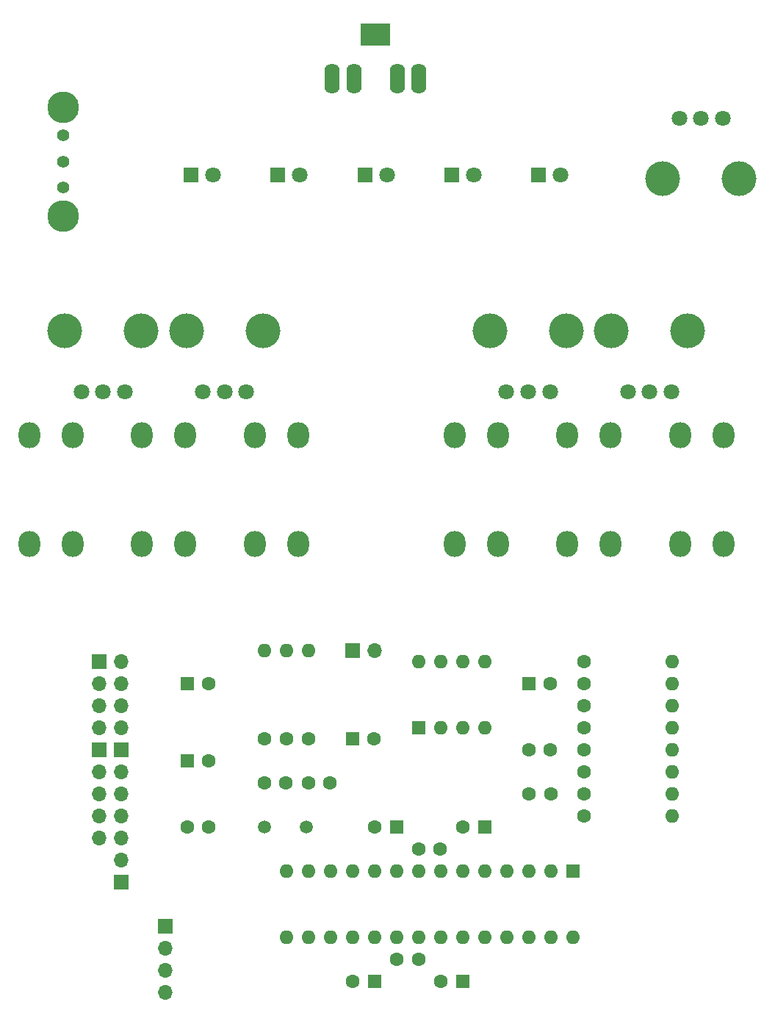
<source format=gbr>
G04 #@! TF.GenerationSoftware,KiCad,Pcbnew,(5.0.1)-3*
G04 #@! TF.CreationDate,2019-06-25T15:48:08+01:00*
G04 #@! TF.ProjectId,drumkid v3,6472756D6B69642076332E6B69636164,03*
G04 #@! TF.SameCoordinates,Original*
G04 #@! TF.FileFunction,Copper,L2,Bot,Signal*
G04 #@! TF.FilePolarity,Positive*
%FSLAX46Y46*%
G04 Gerber Fmt 4.6, Leading zero omitted, Abs format (unit mm)*
G04 Created by KiCad (PCBNEW (5.0.1)-3) date 25/06/2019 15:48:08*
%MOMM*%
%LPD*%
G01*
G04 APERTURE LIST*
G04 #@! TA.AperFunction,WasherPad*
%ADD10C,4.000000*%
G04 #@! TD*
G04 #@! TA.AperFunction,ComponentPad*
%ADD11C,1.800000*%
G04 #@! TD*
G04 #@! TA.AperFunction,ComponentPad*
%ADD12R,1.800000X1.800000*%
G04 #@! TD*
G04 #@! TA.AperFunction,ComponentPad*
%ADD13O,1.750000X3.500000*%
G04 #@! TD*
G04 #@! TA.AperFunction,ComponentPad*
%ADD14R,3.500000X2.500000*%
G04 #@! TD*
G04 #@! TA.AperFunction,ComponentPad*
%ADD15O,2.500000X3.000000*%
G04 #@! TD*
G04 #@! TA.AperFunction,ComponentPad*
%ADD16C,1.600000*%
G04 #@! TD*
G04 #@! TA.AperFunction,ComponentPad*
%ADD17R,1.600000X1.600000*%
G04 #@! TD*
G04 #@! TA.AperFunction,ComponentPad*
%ADD18R,1.700000X1.700000*%
G04 #@! TD*
G04 #@! TA.AperFunction,ComponentPad*
%ADD19O,1.700000X1.700000*%
G04 #@! TD*
G04 #@! TA.AperFunction,ComponentPad*
%ADD20C,1.500000*%
G04 #@! TD*
G04 #@! TA.AperFunction,ComponentPad*
%ADD21O,1.600000X1.600000*%
G04 #@! TD*
G04 #@! TA.AperFunction,ComponentPad*
%ADD22C,1.400000*%
G04 #@! TD*
G04 #@! TA.AperFunction,ComponentPad*
%ADD23C,3.653000*%
G04 #@! TD*
G04 APERTURE END LIST*
D10*
G04 #@! TO.P,RV1,*
G04 #@! TO.N,*
X191893946Y-59991091D03*
X183093946Y-59991091D03*
D11*
G04 #@! TO.P,RV1,1*
G04 #@! TO.N,GND*
X189993946Y-52991091D03*
G04 #@! TO.P,RV1,2*
G04 #@! TO.N,Net-(R9-Pad2)*
X187493946Y-52991091D03*
G04 #@! TO.P,RV1,3*
G04 #@! TO.N,Net-(C15-Pad2)*
X184993946Y-52991091D03*
G04 #@! TD*
G04 #@! TO.P,D6,2*
G04 #@! TO.N,Net-(D6-Pad2)*
X171290000Y-59517290D03*
D12*
G04 #@! TO.P,D6,1*
G04 #@! TO.N,GND*
X168750000Y-59517290D03*
G04 #@! TD*
D11*
G04 #@! TO.P,D5,2*
G04 #@! TO.N,Net-(D5-Pad2)*
X161290000Y-59517290D03*
D12*
G04 #@! TO.P,D5,1*
G04 #@! TO.N,GND*
X158750000Y-59517290D03*
G04 #@! TD*
D11*
G04 #@! TO.P,D4,2*
G04 #@! TO.N,Net-(D4-Pad2)*
X151290000Y-59517290D03*
D12*
G04 #@! TO.P,D4,1*
G04 #@! TO.N,GND*
X148750000Y-59517290D03*
G04 #@! TD*
D11*
G04 #@! TO.P,D3,2*
G04 #@! TO.N,Net-(D3-Pad2)*
X141290000Y-59517290D03*
D12*
G04 #@! TO.P,D3,1*
G04 #@! TO.N,GND*
X138750000Y-59517290D03*
G04 #@! TD*
D11*
G04 #@! TO.P,D2,2*
G04 #@! TO.N,Net-(D2-Pad2)*
X131290000Y-59517290D03*
D12*
G04 #@! TO.P,D2,1*
G04 #@! TO.N,GND*
X128750000Y-59517290D03*
G04 #@! TD*
D13*
G04 #@! TO.P,J9,TN*
G04 #@! TO.N,Net-(J9-PadTN)*
X152500000Y-48410000D03*
G04 #@! TO.P,J9,RN*
G04 #@! TO.N,Net-(J9-PadRN)*
X147500000Y-48410000D03*
G04 #@! TO.P,J9,T*
G04 #@! TO.N,Net-(C10-Pad2)*
X155000000Y-48410000D03*
G04 #@! TO.P,J9,R*
X145000000Y-48410000D03*
D14*
G04 #@! TO.P,J9,S*
G04 #@! TO.N,GND*
X150000000Y-43404000D03*
G04 #@! TD*
D10*
G04 #@! TO.P,RV2,*
G04 #@! TO.N,*
X114189897Y-77517290D03*
X122989897Y-77517290D03*
D11*
G04 #@! TO.P,RV2,1*
G04 #@! TO.N,GND*
X116089897Y-84517290D03*
G04 #@! TO.P,RV2,2*
G04 #@! TO.N,/ANALOG_0*
X118589897Y-84517290D03*
G04 #@! TO.P,RV2,3*
G04 #@! TO.N,+5V*
X121089897Y-84517290D03*
G04 #@! TD*
D10*
G04 #@! TO.P,RV4,*
G04 #@! TO.N,*
X163189897Y-77517290D03*
X171989897Y-77517290D03*
D11*
G04 #@! TO.P,RV4,1*
G04 #@! TO.N,GND*
X165089897Y-84517290D03*
G04 #@! TO.P,RV4,2*
G04 #@! TO.N,/ANALOG_2*
X167589897Y-84517290D03*
G04 #@! TO.P,RV4,3*
G04 #@! TO.N,+5V*
X170089897Y-84517290D03*
G04 #@! TD*
D10*
G04 #@! TO.P,RV3,*
G04 #@! TO.N,*
X128189897Y-77517290D03*
X136989897Y-77517290D03*
D11*
G04 #@! TO.P,RV3,1*
G04 #@! TO.N,GND*
X130089897Y-84517290D03*
G04 #@! TO.P,RV3,2*
G04 #@! TO.N,/ANALOG_1*
X132589897Y-84517290D03*
G04 #@! TO.P,RV3,3*
G04 #@! TO.N,+5V*
X135089897Y-84517290D03*
G04 #@! TD*
D10*
G04 #@! TO.P,RV5,*
G04 #@! TO.N,*
X177189897Y-77517290D03*
X185989897Y-77517290D03*
D11*
G04 #@! TO.P,RV5,1*
G04 #@! TO.N,GND*
X179089897Y-84517290D03*
G04 #@! TO.P,RV5,2*
G04 #@! TO.N,/ANALOG_3*
X181589897Y-84517290D03*
G04 #@! TO.P,RV5,3*
G04 #@! TO.N,+5V*
X184089897Y-84517290D03*
G04 #@! TD*
D15*
G04 #@! TO.P,SW2,1*
G04 #@! TO.N,/DIGITAL_7*
X110089897Y-102017290D03*
G04 #@! TO.P,SW2,2*
G04 #@! TO.N,GND*
X115089897Y-102017290D03*
G04 #@! TO.P,SW2,1*
G04 #@! TO.N,/DIGITAL_7*
X110089897Y-89517290D03*
G04 #@! TO.P,SW2,2*
G04 #@! TO.N,GND*
X115089897Y-89517290D03*
G04 #@! TD*
G04 #@! TO.P,SW7,1*
G04 #@! TO.N,/DIGITAL_13*
X185089897Y-102017290D03*
G04 #@! TO.P,SW7,2*
G04 #@! TO.N,GND*
X190089897Y-102017290D03*
G04 #@! TO.P,SW7,1*
G04 #@! TO.N,/DIGITAL_13*
X185089897Y-89517290D03*
G04 #@! TO.P,SW7,2*
G04 #@! TO.N,GND*
X190089897Y-89517290D03*
G04 #@! TD*
G04 #@! TO.P,SW6,1*
G04 #@! TO.N,/DIGITAL_12*
X172089897Y-102017290D03*
G04 #@! TO.P,SW6,2*
G04 #@! TO.N,GND*
X177089897Y-102017290D03*
G04 #@! TO.P,SW6,1*
G04 #@! TO.N,/DIGITAL_12*
X172089897Y-89517290D03*
G04 #@! TO.P,SW6,2*
G04 #@! TO.N,GND*
X177089897Y-89517290D03*
G04 #@! TD*
G04 #@! TO.P,SW5,1*
G04 #@! TO.N,/DIGITAL_11*
X159089897Y-102017290D03*
G04 #@! TO.P,SW5,2*
G04 #@! TO.N,GND*
X164089897Y-102017290D03*
G04 #@! TO.P,SW5,1*
G04 #@! TO.N,/DIGITAL_11*
X159089897Y-89517290D03*
G04 #@! TO.P,SW5,2*
G04 #@! TO.N,GND*
X164089897Y-89517290D03*
G04 #@! TD*
G04 #@! TO.P,SW4,1*
G04 #@! TO.N,/DIGITAL_10*
X136089897Y-102017290D03*
G04 #@! TO.P,SW4,2*
G04 #@! TO.N,GND*
X141089897Y-102017290D03*
G04 #@! TO.P,SW4,1*
G04 #@! TO.N,/DIGITAL_10*
X136089897Y-89517290D03*
G04 #@! TO.P,SW4,2*
G04 #@! TO.N,GND*
X141089897Y-89517290D03*
G04 #@! TD*
G04 #@! TO.P,SW3,1*
G04 #@! TO.N,/DIGITAL_8*
X123089897Y-102017290D03*
G04 #@! TO.P,SW3,2*
G04 #@! TO.N,GND*
X128089897Y-102017290D03*
G04 #@! TO.P,SW3,1*
G04 #@! TO.N,/DIGITAL_8*
X123089897Y-89517290D03*
G04 #@! TO.P,SW3,2*
G04 #@! TO.N,GND*
X128089897Y-89517290D03*
G04 #@! TD*
D16*
G04 #@! TO.P,C10,2*
G04 #@! TO.N,Net-(C10-Pad2)*
X170140000Y-118110000D03*
D17*
G04 #@! TO.P,C10,1*
G04 #@! TO.N,Net-(C10-Pad1)*
X167640000Y-118110000D03*
G04 #@! TD*
D18*
G04 #@! TO.P,BT1,1*
G04 #@! TO.N,Net-(BT1-Pad1)*
X147320000Y-114300000D03*
D19*
G04 #@! TO.P,BT1,2*
G04 #@! TO.N,GND*
X149860000Y-114300000D03*
G04 #@! TD*
D16*
G04 #@! TO.P,C8,2*
G04 #@! TO.N,GND*
X147360000Y-152400000D03*
D17*
G04 #@! TO.P,C8,1*
G04 #@! TO.N,+5V*
X149860000Y-152400000D03*
G04 #@! TD*
G04 #@! TO.P,C17,1*
G04 #@! TO.N,Net-(C17-Pad1)*
X147320000Y-124460000D03*
D16*
G04 #@! TO.P,C17,2*
G04 #@! TO.N,GND*
X149820000Y-124460000D03*
G04 #@! TD*
G04 #@! TO.P,C13,2*
G04 #@! TO.N,GND*
X130770000Y-127000000D03*
D17*
G04 #@! TO.P,C13,1*
G04 #@! TO.N,Net-(C13-Pad1)*
X128270000Y-127000000D03*
G04 #@! TD*
G04 #@! TO.P,C12,1*
G04 #@! TO.N,+5V*
X152400000Y-134620000D03*
D16*
G04 #@! TO.P,C12,2*
G04 #@! TO.N,GND*
X149900000Y-134620000D03*
G04 #@! TD*
G04 #@! TO.P,C11,2*
G04 #@! TO.N,GND*
X157520000Y-152400000D03*
D17*
G04 #@! TO.P,C11,1*
G04 #@! TO.N,+5V*
X160020000Y-152400000D03*
G04 #@! TD*
G04 #@! TO.P,C7,1*
G04 #@! TO.N,+5V*
X162560000Y-134620000D03*
D16*
G04 #@! TO.P,C7,2*
G04 #@! TO.N,GND*
X160060000Y-134620000D03*
G04 #@! TD*
D17*
G04 #@! TO.P,C15,1*
G04 #@! TO.N,Net-(C14-Pad1)*
X128270000Y-118110000D03*
D16*
G04 #@! TO.P,C15,2*
G04 #@! TO.N,Net-(C15-Pad2)*
X130770000Y-118110000D03*
G04 #@! TD*
G04 #@! TO.P,C9,1*
G04 #@! TO.N,GND*
X154940000Y-149860000D03*
G04 #@! TO.P,C9,2*
G04 #@! TO.N,+5V*
X152440000Y-149860000D03*
G04 #@! TD*
G04 #@! TO.P,C6,2*
G04 #@! TO.N,GND*
X144740000Y-129540000D03*
G04 #@! TO.P,C6,1*
G04 #@! TO.N,Net-(C6-Pad1)*
X142240000Y-129540000D03*
G04 #@! TD*
G04 #@! TO.P,C14,1*
G04 #@! TO.N,Net-(C14-Pad1)*
X128270000Y-134620000D03*
G04 #@! TO.P,C14,2*
G04 #@! TO.N,GND*
X130770000Y-134620000D03*
G04 #@! TD*
G04 #@! TO.P,C5,2*
G04 #@! TO.N,GND*
X139660000Y-129540000D03*
G04 #@! TO.P,C5,1*
G04 #@! TO.N,Net-(C5-Pad1)*
X137160000Y-129540000D03*
G04 #@! TD*
G04 #@! TO.P,C16,1*
G04 #@! TO.N,+5V*
X167680000Y-130810000D03*
G04 #@! TO.P,C16,2*
G04 #@! TO.N,Net-(C16-Pad2)*
X170180000Y-130810000D03*
G04 #@! TD*
G04 #@! TO.P,C4,2*
G04 #@! TO.N,+5V*
X157440000Y-137160000D03*
G04 #@! TO.P,C4,1*
G04 #@! TO.N,GND*
X154940000Y-137160000D03*
G04 #@! TD*
G04 #@! TO.P,C18,1*
G04 #@! TO.N,Net-(C10-Pad1)*
X167640000Y-125730000D03*
G04 #@! TO.P,C18,2*
G04 #@! TO.N,Net-(C18-Pad2)*
X170140000Y-125730000D03*
G04 #@! TD*
D19*
G04 #@! TO.P,J1,4*
G04 #@! TO.N,GND*
X125730000Y-153670000D03*
G04 #@! TO.P,J1,3*
X125730000Y-151130000D03*
G04 #@! TO.P,J1,2*
G04 #@! TO.N,+5V*
X125730000Y-148590000D03*
D18*
G04 #@! TO.P,J1,1*
X125730000Y-146050000D03*
G04 #@! TD*
G04 #@! TO.P,J6,1*
G04 #@! TO.N,/DIGITAL_5*
X118110000Y-115570000D03*
D19*
G04 #@! TO.P,J6,2*
G04 #@! TO.N,/DIGITAL_6*
X118110000Y-118110000D03*
G04 #@! TO.P,J6,3*
G04 #@! TO.N,/DIGITAL_7*
X118110000Y-120650000D03*
G04 #@! TO.P,J6,4*
G04 #@! TO.N,/DIGITAL_8*
X118110000Y-123190000D03*
G04 #@! TD*
G04 #@! TO.P,J8,5*
G04 #@! TO.N,/DIGITAL_13*
X118110000Y-135890000D03*
G04 #@! TO.P,J8,4*
G04 #@! TO.N,/DIGITAL_12*
X118110000Y-133350000D03*
G04 #@! TO.P,J8,3*
G04 #@! TO.N,/DIGITAL_11*
X118110000Y-130810000D03*
G04 #@! TO.P,J8,2*
G04 #@! TO.N,/DIGITAL_10*
X118110000Y-128270000D03*
D18*
G04 #@! TO.P,J8,1*
G04 #@! TO.N,/DIGITAL_9*
X118110000Y-125730000D03*
G04 #@! TD*
G04 #@! TO.P,J5,1*
G04 #@! TO.N,/DIGITAL_0*
X120650000Y-125730000D03*
D19*
G04 #@! TO.P,J5,2*
G04 #@! TO.N,/DIGITAL_1*
X120650000Y-123190000D03*
G04 #@! TO.P,J5,3*
G04 #@! TO.N,/DIGITAL_2*
X120650000Y-120650000D03*
G04 #@! TO.P,J5,4*
G04 #@! TO.N,/DIGITAL_3*
X120650000Y-118110000D03*
G04 #@! TO.P,J5,5*
G04 #@! TO.N,/DIGITAL_4*
X120650000Y-115570000D03*
G04 #@! TD*
D18*
G04 #@! TO.P,J7,1*
G04 #@! TO.N,/ANALOG_0*
X120650000Y-140970000D03*
D19*
G04 #@! TO.P,J7,2*
G04 #@! TO.N,/ANALOG_1*
X120650000Y-138430000D03*
G04 #@! TO.P,J7,3*
G04 #@! TO.N,/ANALOG_2*
X120650000Y-135890000D03*
G04 #@! TO.P,J7,4*
G04 #@! TO.N,/ANALOG_3*
X120650000Y-133350000D03*
G04 #@! TO.P,J7,5*
G04 #@! TO.N,/ANALOG_4*
X120650000Y-130810000D03*
G04 #@! TO.P,J7,6*
G04 #@! TO.N,/ANALOG_5*
X120650000Y-128270000D03*
G04 #@! TD*
D20*
G04 #@! TO.P,Y1,1*
G04 #@! TO.N,Net-(C5-Pad1)*
X137160000Y-134620000D03*
G04 #@! TO.P,Y1,2*
G04 #@! TO.N,Net-(C6-Pad1)*
X142040000Y-134620000D03*
G04 #@! TD*
D17*
G04 #@! TO.P,U2,1*
G04 #@! TO.N,Net-(R2-Pad1)*
X172720000Y-139700000D03*
D21*
G04 #@! TO.P,U2,15*
G04 #@! TO.N,/DIGITAL_9*
X139700000Y-147320000D03*
G04 #@! TO.P,U2,2*
G04 #@! TO.N,/DIGITAL_0*
X170180000Y-139700000D03*
G04 #@! TO.P,U2,16*
G04 #@! TO.N,/DIGITAL_10*
X142240000Y-147320000D03*
G04 #@! TO.P,U2,3*
G04 #@! TO.N,/DIGITAL_1*
X167640000Y-139700000D03*
G04 #@! TO.P,U2,17*
G04 #@! TO.N,/DIGITAL_11*
X144780000Y-147320000D03*
G04 #@! TO.P,U2,4*
G04 #@! TO.N,/DIGITAL_2*
X165100000Y-139700000D03*
G04 #@! TO.P,U2,18*
G04 #@! TO.N,/DIGITAL_12*
X147320000Y-147320000D03*
G04 #@! TO.P,U2,5*
G04 #@! TO.N,/DIGITAL_3*
X162560000Y-139700000D03*
G04 #@! TO.P,U2,19*
G04 #@! TO.N,/DIGITAL_13*
X149860000Y-147320000D03*
G04 #@! TO.P,U2,6*
G04 #@! TO.N,/DIGITAL_4*
X160020000Y-139700000D03*
G04 #@! TO.P,U2,20*
G04 #@! TO.N,+5V*
X152400000Y-147320000D03*
G04 #@! TO.P,U2,7*
X157480000Y-139700000D03*
G04 #@! TO.P,U2,21*
G04 #@! TO.N,Net-(U2-Pad21)*
X154940000Y-147320000D03*
G04 #@! TO.P,U2,8*
G04 #@! TO.N,GND*
X154940000Y-139700000D03*
G04 #@! TO.P,U2,22*
X157480000Y-147320000D03*
G04 #@! TO.P,U2,9*
G04 #@! TO.N,Net-(C5-Pad1)*
X152400000Y-139700000D03*
G04 #@! TO.P,U2,23*
G04 #@! TO.N,/ANALOG_0*
X160020000Y-147320000D03*
G04 #@! TO.P,U2,10*
G04 #@! TO.N,Net-(C6-Pad1)*
X149860000Y-139700000D03*
G04 #@! TO.P,U2,24*
G04 #@! TO.N,/ANALOG_1*
X162560000Y-147320000D03*
G04 #@! TO.P,U2,11*
G04 #@! TO.N,/DIGITAL_5*
X147320000Y-139700000D03*
G04 #@! TO.P,U2,25*
G04 #@! TO.N,/ANALOG_2*
X165100000Y-147320000D03*
G04 #@! TO.P,U2,12*
G04 #@! TO.N,/DIGITAL_6*
X144780000Y-139700000D03*
G04 #@! TO.P,U2,26*
G04 #@! TO.N,/ANALOG_3*
X167640000Y-147320000D03*
G04 #@! TO.P,U2,13*
G04 #@! TO.N,/DIGITAL_7*
X142240000Y-139700000D03*
G04 #@! TO.P,U2,27*
G04 #@! TO.N,/ANALOG_4*
X170180000Y-147320000D03*
G04 #@! TO.P,U2,14*
G04 #@! TO.N,/DIGITAL_8*
X139700000Y-139700000D03*
G04 #@! TO.P,U2,28*
G04 #@! TO.N,/ANALOG_5*
X172720000Y-147320000D03*
G04 #@! TD*
D17*
G04 #@! TO.P,U3,1*
G04 #@! TO.N,Net-(U3-Pad1)*
X154993946Y-123190000D03*
D21*
G04 #@! TO.P,U3,5*
G04 #@! TO.N,Net-(C10-Pad1)*
X162613946Y-115570000D03*
G04 #@! TO.P,U3,2*
G04 #@! TO.N,GND*
X157533946Y-123190000D03*
G04 #@! TO.P,U3,6*
G04 #@! TO.N,+5V*
X160073946Y-115570000D03*
G04 #@! TO.P,U3,3*
G04 #@! TO.N,Net-(R10-Pad1)*
X160073946Y-123190000D03*
G04 #@! TO.P,U3,7*
G04 #@! TO.N,Net-(C17-Pad1)*
X157533946Y-115570000D03*
G04 #@! TO.P,U3,4*
G04 #@! TO.N,Net-(C16-Pad2)*
X162613946Y-123190000D03*
G04 #@! TO.P,U3,8*
G04 #@! TO.N,Net-(U3-Pad8)*
X154993946Y-115570000D03*
G04 #@! TD*
G04 #@! TO.P,R1,2*
G04 #@! TO.N,/DIGITAL_9*
X139700000Y-114300000D03*
D16*
G04 #@! TO.P,R1,1*
G04 #@! TO.N,Net-(C13-Pad1)*
X139700000Y-124460000D03*
G04 #@! TD*
G04 #@! TO.P,R7,1*
G04 #@! TO.N,Net-(D6-Pad2)*
X173990000Y-130810000D03*
D21*
G04 #@! TO.P,R7,2*
G04 #@! TO.N,/DIGITAL_6*
X184150000Y-130810000D03*
G04 #@! TD*
G04 #@! TO.P,R11,2*
G04 #@! TO.N,GND*
X184150000Y-118110000D03*
D16*
G04 #@! TO.P,R11,1*
G04 #@! TO.N,Net-(C18-Pad2)*
X173990000Y-118110000D03*
G04 #@! TD*
G04 #@! TO.P,R10,1*
G04 #@! TO.N,Net-(R10-Pad1)*
X173990000Y-115570000D03*
D21*
G04 #@! TO.P,R10,2*
G04 #@! TO.N,GND*
X184150000Y-115570000D03*
G04 #@! TD*
G04 #@! TO.P,R9,2*
G04 #@! TO.N,Net-(R9-Pad2)*
X137160000Y-114300000D03*
D16*
G04 #@! TO.P,R9,1*
G04 #@! TO.N,Net-(R10-Pad1)*
X137160000Y-124460000D03*
G04 #@! TD*
G04 #@! TO.P,R8,1*
G04 #@! TO.N,Net-(C14-Pad1)*
X142240000Y-124460000D03*
D21*
G04 #@! TO.P,R8,2*
G04 #@! TO.N,Net-(C13-Pad1)*
X142240000Y-114300000D03*
G04 #@! TD*
G04 #@! TO.P,R6,2*
G04 #@! TO.N,/DIGITAL_5*
X184150000Y-128270000D03*
D16*
G04 #@! TO.P,R6,1*
G04 #@! TO.N,Net-(D5-Pad2)*
X173990000Y-128270000D03*
G04 #@! TD*
G04 #@! TO.P,R5,1*
G04 #@! TO.N,Net-(D4-Pad2)*
X173990000Y-125730000D03*
D21*
G04 #@! TO.P,R5,2*
G04 #@! TO.N,/DIGITAL_4*
X184150000Y-125730000D03*
G04 #@! TD*
G04 #@! TO.P,R4,2*
G04 #@! TO.N,/DIGITAL_3*
X184150000Y-123190000D03*
D16*
G04 #@! TO.P,R4,1*
G04 #@! TO.N,Net-(D3-Pad2)*
X173990000Y-123190000D03*
G04 #@! TD*
G04 #@! TO.P,R3,1*
G04 #@! TO.N,Net-(D2-Pad2)*
X173990000Y-120650000D03*
D21*
G04 #@! TO.P,R3,2*
G04 #@! TO.N,/DIGITAL_2*
X184150000Y-120650000D03*
G04 #@! TD*
G04 #@! TO.P,R2,2*
G04 #@! TO.N,+5V*
X184150000Y-133350000D03*
D16*
G04 #@! TO.P,R2,1*
G04 #@! TO.N,Net-(R2-Pad1)*
X173990000Y-133350000D03*
G04 #@! TD*
D22*
G04 #@! TO.P,SW1,1*
G04 #@! TO.N,+5V*
X113993946Y-60991091D03*
G04 #@! TO.P,SW1,2*
G04 #@! TO.N,Net-(BT1-Pad1)*
X113993946Y-57991091D03*
G04 #@! TO.P,SW1,3*
G04 #@! TO.N,Net-(SW1-Pad3)*
X113993946Y-54991091D03*
D23*
G04 #@! TO.P,SW1,MH1*
G04 #@! TO.N,N/C*
X113993946Y-64241091D03*
G04 #@! TO.P,SW1,MH2*
X113993946Y-51741091D03*
G04 #@! TD*
M02*

</source>
